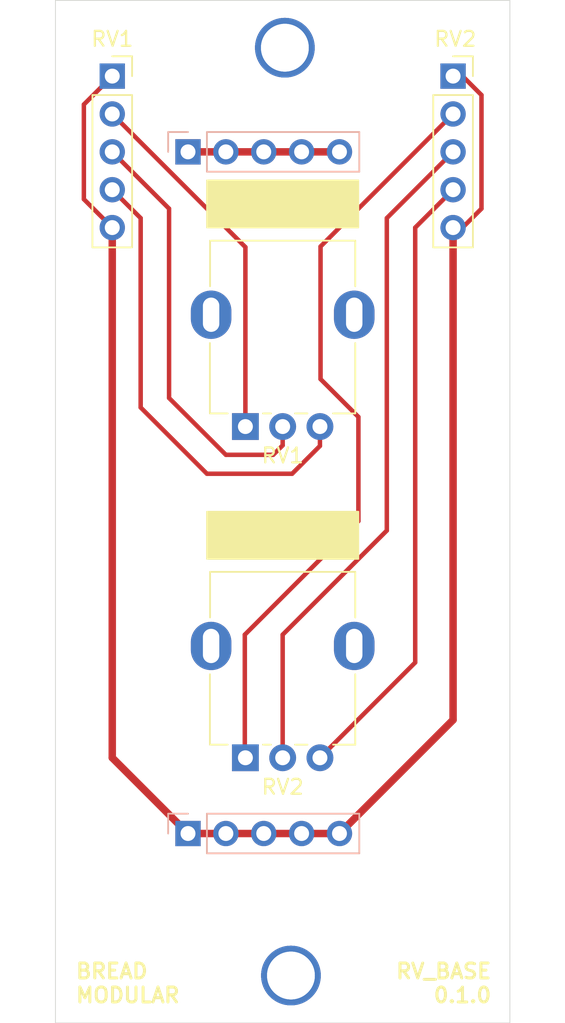
<source format=kicad_pcb>
(kicad_pcb (version 20240108) (generator "pcbnew") (generator_version "8.0")
  (layers (0 "F.Cu" signal) (31 "B.Cu" signal) (34 "B.Paste" user) (35 "F.Paste" user) (36 "B.SilkS" user "B.Silkscreen") (37 "F.SilkS" user "F.Silkscreen") (38 "B.Mask" user) (39 "F.Mask" user) (44 "Edge.Cuts" user))
  (net 0 "")
  (net 1 "GND")
  (net 2 "+5V")
  (net 3 "RV1_2")
  (net 4 "RV1_3")
  (net 5 "RV1_1")
  (net 6 "RV2_1")
  (net 7 "RV2_2")
  (net 8 "RV2_3")
  (footprint "Connector_PinSocket_2.54mm:PinSocket_1x05_P2.54mm_Vertical" (layer "F.Cu") (at 50.8 45.72)
    (property "Reference" "INPUT1")
    (property "Value" "Conn_01x05_Socket")
    (fp_line (start -1.33 1.27) (end -1.33 11.49) (stroke (width 0.12)) (layer "F.SilkS"))
    (fp_line (start -1.33 1.27) (end 1.33 1.27) (stroke (width 0.12)) (layer "F.SilkS"))
    (fp_line (start -1.33 11.49) (end 1.33 11.49) (stroke (width 0.12)) (layer "F.SilkS"))
    (fp_line (start 0 -1.33) (end 1.33 -1.33) (stroke (width 0.12)) (layer "F.SilkS"))
    (fp_line (start 1.33 -1.33) (end 1.33 0) (stroke (width 0.12)) (layer "F.SilkS"))
    (fp_line (start 1.33 1.27) (end 1.33 11.49) (stroke (width 0.12)) (layer "F.SilkS"))
    (pad "1" thru_hole rect (at 0 0) (size 1.7 1.7) (drill 1) (layers "*.Cu" "*.Mask") (net 1 "GND"))
    (pad "2" thru_hole oval (at 0 2.54) (size 1.7 1.7) (drill 1) (layers "*.Cu" "*.Mask") (net 5 "RV1_1"))
    (pad "3" thru_hole oval (at 0 5.08) (size 1.7 1.7) (drill 1) (layers "*.Cu" "*.Mask") (net 3 "RV1_2"))
    (pad "4" thru_hole oval (at 0 7.62) (size 1.7 1.7) (drill 1) (layers "*.Cu" "*.Mask") (net 4 "RV1_3"))
    (pad "5" thru_hole oval (at 0 10.16) (size 1.7 1.7) (drill 1) (layers "*.Cu" "*.Mask") (net 1 "GND"))
  )
  (footprint "Connector_PinSocket_2.54mm:PinSocket_1x05_P2.54mm_Vertical" (layer "F.Cu") (at 73.66 45.72)
    (property "Reference" "OUTPUT2")
    (property "Value" "Conn_01x05_Socket")
    (fp_line (start -1.33 1.27) (end -1.33 11.49) (stroke (width 0.12)) (layer "F.SilkS"))
    (fp_line (start -1.33 1.27) (end 1.33 1.27) (stroke (width 0.12)) (layer "F.SilkS"))
    (fp_line (start -1.33 11.49) (end 1.33 11.49) (stroke (width 0.12)) (layer "F.SilkS"))
    (fp_line (start 0 -1.33) (end 1.33 -1.33) (stroke (width 0.12)) (layer "F.SilkS"))
    (fp_line (start 1.33 -1.33) (end 1.33 0) (stroke (width 0.12)) (layer "F.SilkS"))
    (fp_line (start 1.33 1.27) (end 1.33 11.49) (stroke (width 0.12)) (layer "F.SilkS"))
    (pad "1" thru_hole rect (at 0 0) (size 1.7 1.7) (drill 1) (layers "*.Cu" "*.Mask") (net 1 "GND"))
    (pad "2" thru_hole oval (at 0 2.54) (size 1.7 1.7) (drill 1) (layers "*.Cu" "*.Mask") (net 6 "RV2_1"))
    (pad "3" thru_hole oval (at 0 5.08) (size 1.7 1.7) (drill 1) (layers "*.Cu" "*.Mask") (net 7 "RV2_2"))
    (pad "4" thru_hole oval (at 0 7.62) (size 1.7 1.7) (drill 1) (layers "*.Cu" "*.Mask") (net 8 "RV2_3"))
    (pad "5" thru_hole oval (at 0 10.16) (size 1.7 1.7) (drill 1) (layers "*.Cu" "*.Mask") (net 1 "GND"))
  )
  (footprint "BreadModular_Pots:Potentiometer_RV09" (layer "F.Cu") (at 59.73 69.225 90)
    (property "Reference" "RV1")
    (property "Value" "R_Potentiometer")
    (fp_line (start 0.88 -2.38) (end 5.6 -2.38) (stroke (width 0.12)) (layer "F.SilkS"))
    (fp_line (start 9.41 -2.37) (end 12.47 -2.37) (stroke (width 0.12)) (layer "F.SilkS"))
    (fp_line (start 0.88 -1.19) (end 0.88 -2.37) (stroke (width 0.12)) (layer "F.SilkS"))
    (fp_line (start 0.88 1.71) (end 0.88 1.18) (stroke (width 0.12)) (layer "F.SilkS"))
    (fp_line (start 0.88 4.16) (end 0.88 3.33) (stroke (width 0.12)) (layer "F.SilkS"))
    (fp_line (start 12.47 7.37) (end 12.47 -2.37) (stroke (width 0.12)) (layer "F.SilkS"))
    (fp_line (start 9.41 7.37) (end 12.47 7.37) (stroke (width 0.12)) (layer "F.SilkS"))
    (fp_line (start 0.88 7.37) (end 0.88 5.88) (stroke (width 0.12)) (layer "F.SilkS"))
    (fp_line (start 0.88 7.37) (end 5.6 7.37) (stroke (width 0.12)) (layer "F.SilkS"))
    (pad "" thru_hole oval (at 7.5 -2.3 180) (size 2.72 3.24) (drill oval 1.1 2.3) (layers "*.Cu" "*.Mask"))
    (pad "" thru_hole oval (at 7.5 7.3 180) (size 2.72 3.24) (drill oval 1.1 2.3) (layers "*.Cu" "*.Mask"))
    (pad "1" thru_hole rect (at 0 0 180) (size 1.8 1.8) (drill 1) (layers "*.Cu" "*.Mask") (net 5 "RV1_1"))
    (pad "2" thru_hole circle (at 0 2.5 180) (size 1.8 1.8) (drill 1) (layers "*.Cu" "*.Mask") (net 3 "RV1_2"))
    (pad "3" thru_hole circle (at 0 5 180) (size 1.8 1.8) (drill 1) (layers "*.Cu" "*.Mask") (net 4 "RV1_3"))
  )
  (footprint "BreadModular_Pots:Potentiometer_RV09" (layer "F.Cu") (at 59.73 91.44 90)
    (property "Reference" "RV2")
    (property "Value" "R_Potentiometer")
    (fp_line (start 0.88 -2.38) (end 5.6 -2.38) (stroke (width 0.12)) (layer "F.SilkS"))
    (fp_line (start 9.41 -2.37) (end 12.47 -2.37) (stroke (width 0.12)) (layer "F.SilkS"))
    (fp_line (start 0.88 -1.19) (end 0.88 -2.37) (stroke (width 0.12)) (layer "F.SilkS"))
    (fp_line (start 0.88 1.71) (end 0.88 1.18) (stroke (width 0.12)) (layer "F.SilkS"))
    (fp_line (start 0.88 4.16) (end 0.88 3.33) (stroke (width 0.12)) (layer "F.SilkS"))
    (fp_line (start 12.47 7.37) (end 12.47 -2.37) (stroke (width 0.12)) (layer "F.SilkS"))
    (fp_line (start 9.41 7.37) (end 12.47 7.37) (stroke (width 0.12)) (layer "F.SilkS"))
    (fp_line (start 0.88 7.37) (end 0.88 5.88) (stroke (width 0.12)) (layer "F.SilkS"))
    (fp_line (start 0.88 7.37) (end 5.6 7.37) (stroke (width 0.12)) (layer "F.SilkS"))
    (pad "" thru_hole oval (at 7.5 -2.3 180) (size 2.72 3.24) (drill oval 1.1 2.3) (layers "*.Cu" "*.Mask"))
    (pad "" thru_hole oval (at 7.5 7.3 180) (size 2.72 3.24) (drill oval 1.1 2.3) (layers "*.Cu" "*.Mask"))
    (pad "1" thru_hole rect (at 0 0 180) (size 1.8 1.8) (drill 1) (layers "*.Cu" "*.Mask") (net 6 "RV2_1"))
    (pad "2" thru_hole circle (at 0 2.5 180) (size 1.8 1.8) (drill 1) (layers "*.Cu" "*.Mask") (net 7 "RV2_2"))
    (pad "3" thru_hole circle (at 0 5 180) (size 1.8 1.8) (drill 1) (layers "*.Cu" "*.Mask") (net 8 "RV2_3"))
  )
  (footprint "Connector_PinHeader_2.54mm:PinHeader_1x05_P2.54mm_Vertical" (layer "B.Cu") (at 55.88 96.52 -90)
    (property "Reference" "GND1" (hide yes))
    (property "Value" "Conn_01x05_Pin")
    (fp_line (start -1.33 1.33) (end -1.33 0) (stroke (width 0.12)) (layer "B.SilkS"))
    (fp_line (start 0 1.33) (end -1.33 1.33) (stroke (width 0.12)) (layer "B.SilkS"))
    (fp_line (start 1.33 -1.27) (end -1.33 -1.27) (stroke (width 0.12)) (layer "B.SilkS"))
    (fp_line (start -1.33 -11.49) (end -1.33 -1.27) (stroke (width 0.12)) (layer "B.SilkS"))
    (fp_line (start 1.33 -11.49) (end 1.33 -1.27) (stroke (width 0.12)) (layer "B.SilkS"))
    (fp_line (start 1.33 -11.49) (end -1.33 -11.49) (stroke (width 0.12)) (layer "B.SilkS"))
    (pad "1" thru_hole rect (at 0 0 270) (size 1.7 1.7) (drill 1) (layers "*.Cu" "*.Mask") (net 1 "GND"))
    (pad "2" thru_hole oval (at 0 -2.54 270) (size 1.7 1.7) (drill 1) (layers "*.Cu" "*.Mask") (net 1 "GND"))
    (pad "3" thru_hole oval (at 0 -5.08 270) (size 1.7 1.7) (drill 1) (layers "*.Cu" "*.Mask") (net 1 "GND"))
    (pad "4" thru_hole oval (at 0 -7.62 270) (size 1.7 1.7) (drill 1) (layers "*.Cu" "*.Mask") (net 1 "GND"))
    (pad "5" thru_hole oval (at 0 -10.16 270) (size 1.7 1.7) (drill 1) (layers "*.Cu" "*.Mask") (net 1 "GND"))
  )
  (footprint "Connector_PinHeader_2.54mm:PinHeader_1x05_P2.54mm_Vertical" (layer "B.Cu") (at 55.88 50.8 -90)
    (property "Reference" "5V1" (hide yes))
    (property "Value" "Conn_01x05_Pin")
    (fp_line (start -1.33 1.33) (end -1.33 0) (stroke (width 0.12)) (layer "B.SilkS"))
    (fp_line (start 0 1.33) (end -1.33 1.33) (stroke (width 0.12)) (layer "B.SilkS"))
    (fp_line (start 1.33 -1.27) (end -1.33 -1.27) (stroke (width 0.12)) (layer "B.SilkS"))
    (fp_line (start -1.33 -11.49) (end -1.33 -1.27) (stroke (width 0.12)) (layer "B.SilkS"))
    (fp_line (start 1.33 -11.49) (end 1.33 -1.27) (stroke (width 0.12)) (layer "B.SilkS"))
    (fp_line (start 1.33 -11.49) (end -1.33 -11.49) (stroke (width 0.12)) (layer "B.SilkS"))
    (pad "1" thru_hole rect (at 0 0 270) (size 1.7 1.7) (drill 1) (layers "*.Cu" "*.Mask") (net 2 "+5V"))
    (pad "2" thru_hole oval (at 0 -2.54 270) (size 1.7 1.7) (drill 1) (layers "*.Cu" "*.Mask") (net 2 "+5V"))
    (pad "3" thru_hole oval (at 0 -5.08 270) (size 1.7 1.7) (drill 1) (layers "*.Cu" "*.Mask") (net 2 "+5V"))
    (pad "4" thru_hole oval (at 0 -7.62 270) (size 1.7 1.7) (drill 1) (layers "*.Cu" "*.Mask") (net 2 "+5V"))
    (pad "5" thru_hole oval (at 0 -10.16 270) (size 1.7 1.7) (drill 1) (layers "*.Cu" "*.Mask") (net 2 "+5V"))
  )
  (gr_poly (pts (xy 57.15 52.705) (xy 57.15 55.88) (xy 67.31 55.88) (xy 67.31 52.705)) (stroke (width 0.1)) (fill solid) (layer "F.SilkS"))
  (gr_poly (pts (xy 57.15 74.93) (xy 57.15 78.105) (xy 67.31 78.105) (xy 67.31 74.93)) (stroke (width 0.1)) (fill solid) (layer "F.SilkS"))
  (gr_line (start 46.99 109.22) (end 77.47 109.22) (stroke (width 0.05)) (layer "Edge.Cuts"))
  (gr_line (start 77.47 40.64) (end 46.99 40.64) (stroke (width 0.05)) (layer "Edge.Cuts"))
  (gr_line (start 46.99 40.64) (end 46.99 109.22) (stroke (width 0.05)) (layer "Edge.Cuts"))
  (gr_line (start 77.47 109.22) (end 77.47 40.64) (stroke (width 0.05)) (layer "Edge.Cuts"))
  (gr_text "RV_BASE\n0.1.0" (at 76.327 107.95 0) (layer "F.SilkS") (effects (font (size 1 1) (thickness 0.2) (bold yes)) (justify right bottom)))
  (gr_text "RV2" (at 75.311 43.815 0) (layer "F.SilkS") (effects (font (size 1 1)) (justify right bottom)))
  (gr_text "RV1" (at 50.8 43.815 0) (layer "F.SilkS") (effects (font (size 1 1)) (justify bottom)))
  (gr_text "RV2" (at 62.23 93.98 0) (layer "F.SilkS") (effects (font (size 1 1)) (justify bottom)))
  (gr_text "RV1" (at 62.23 71.755 0) (layer "F.SilkS") (effects (font (size 1 1)) (justify bottom)))
  (gr_text "BREAD\nMODULAR" (at 48.26 107.95 0) (layer "F.SilkS") (effects (font (size 1 1) (thickness 0.2) (bold yes)) (justify left bottom)))
  (via (at 62.37758 43.815) (size 4) (drill 3.2) (layers "F.Cu" "B.Cu") (net 0))
  (via (at 62.784908 106.045) (size 4) (drill 3.2) (layers "F.Cu" "B.Cu") (net 0))
  (via (at 62.37758 43.815) (size 4) (drill 3.2) (layers "F.Cu" "B.Cu") (net 0))
  (via (at 62.784908 106.045) (size 4) (drill 3.2) (layers "F.Cu" "B.Cu") (net 0))
  (via (at 62.784908 106.045) (size 4) (drill 3.2) (layers "F.Cu" "B.Cu") (net 0))
  (via (at 62.784908 106.045) (size 4) (drill 3.2) (layers "F.Cu" "B.Cu") (net 0))
  (via (at 62.37758 43.815) (size 4) (drill 3.2) (layers "F.Cu" "B.Cu") (net 0))
  (via (at 62.37758 43.815) (size 4) (drill 3.2) (layers "F.Cu" "B.Cu") (net 0))
  (segment (start 75.565 46.99) (end 74.295 45.72) (width 0.3) (layer "F.Cu") (net 1))
  (segment (start 50.8 91.44) (end 55.88 96.52) (width 0.5) (layer "F.Cu") (net 1))
  (segment (start 74.295 45.72) (end 73.66 45.72) (width 0.3) (layer "F.Cu") (net 1))
  (segment (start 55.88 96.52) (end 66.04 96.52) (width 0.5) (layer "F.Cu") (net 1))
  (segment (start 73.66 55.88) (end 74.295 55.88) (width 0.3) (layer "F.Cu") (net 1))
  (segment (start 50.8 45.72) (end 48.895 47.625) (width 0.3) (layer "F.Cu") (net 1))
  (segment (start 48.895 53.975) (end 50.8 55.88) (width 0.3) (layer "F.Cu") (net 1))
  (segment (start 48.895 47.625) (end 48.895 53.975) (width 0.3) (layer "F.Cu") (net 1))
  (segment (start 73.66 55.88) (end 73.66 88.9) (width 0.5) (layer "F.Cu") (net 1))
  (segment (start 75.565 54.61) (end 75.565 46.99) (width 0.3) (layer "F.Cu") (net 1))
  (segment (start 74.295 55.88) (end 75.565 54.61) (width 0.3) (layer "F.Cu") (net 1))
  (segment (start 50.8 55.88) (end 50.8 91.44) (width 0.5) (layer "F.Cu") (net 1))
  (segment (start 73.66 88.9) (end 66.04 96.52) (width 0.5) (layer "F.Cu") (net 1))
  (segment (start 55.88 50.8) (end 66.04 50.8) (width 0.5) (layer "F.Cu") (net 2))
  (segment (start 62.23 69.225) (end 62.23 70.485) (width 0.3) (layer "F.Cu") (net 3))
  (segment (start 62.23 70.485) (end 61.595 71.12) (width 0.3) (layer "F.Cu") (net 3))
  (segment (start 54.61 67.31) (end 54.61 54.61) (width 0.3) (layer "F.Cu") (net 3))
  (segment (start 54.61 54.61) (end 50.8 50.8) (width 0.3) (layer "F.Cu") (net 3))
  (segment (start 61.595 71.12) (end 58.42 71.12) (width 0.3) (layer "F.Cu") (net 3))
  (segment (start 58.42 71.12) (end 54.61 67.31) (width 0.3) (layer "F.Cu") (net 3))
  (segment (start 64.73 69.225) (end 64.73 70.525) (width 0.3) (layer "F.Cu") (net 4))
  (segment (start 62.865 72.39) (end 57.15 72.39) (width 0.3) (layer "F.Cu") (net 4))
  (segment (start 52.705 55.245) (end 50.8 53.34) (width 0.3) (layer "F.Cu") (net 4))
  (segment (start 57.15 72.39) (end 52.705 67.945) (width 0.3) (layer "F.Cu") (net 4))
  (segment (start 64.73 70.525) (end 62.865 72.39) (width 0.3) (layer "F.Cu") (net 4))
  (segment (start 52.705 67.945) (end 52.705 55.245) (width 0.3) (layer "F.Cu") (net 4))
  (segment (start 59.73 57.19) (end 50.8 48.26) (width 0.3) (layer "F.Cu") (net 5))
  (segment (start 59.73 69.225) (end 59.73 57.19) (width 0.3) (layer "F.Cu") (net 5))
  (segment (start 59.69 91.4) (end 59.69 83.185) (width 0.3) (layer "F.Cu") (net 6))
  (segment (start 67.31 75.565) (end 67.31 68.58) (width 0.3) (layer "F.Cu") (net 6))
  (segment (start 64.77 66.04) (end 64.77 57.15) (width 0.3) (layer "F.Cu") (net 6))
  (segment (start 59.73 91.44) (end 59.69 91.4) (width 0.3) (layer "F.Cu") (net 6))
  (segment (start 67.31 68.58) (end 64.77 66.04) (width 0.3) (layer "F.Cu") (net 6))
  (segment (start 59.69 83.185) (end 67.31 75.565) (width 0.3) (layer "F.Cu") (net 6))
  (segment (start 64.77 57.15) (end 73.66 48.26) (width 0.3) (layer "F.Cu") (net 6))
  (segment (start 62.23 83.185) (end 69.215 76.2) (width 0.3) (layer "F.Cu") (net 7))
  (segment (start 69.215 76.2) (end 69.215 55.245) (width 0.3) (layer "F.Cu") (net 7))
  (segment (start 69.215 55.245) (end 73.66 50.8) (width 0.3) (layer "F.Cu") (net 7))
  (segment (start 62.23 91.44) (end 62.23 83.185) (width 0.3) (layer "F.Cu") (net 7))
  (segment (start 73.66 53.34) (end 71.12 55.88) (width 0.3) (layer "F.Cu") (net 8))
  (segment (start 71.12 85.05) (end 64.73 91.44) (width 0.3) (layer "F.Cu") (net 8))
  (segment (start 71.12 55.88) (end 71.12 85.05) (width 0.3) (layer "F.Cu") (net 8))
)
</source>
